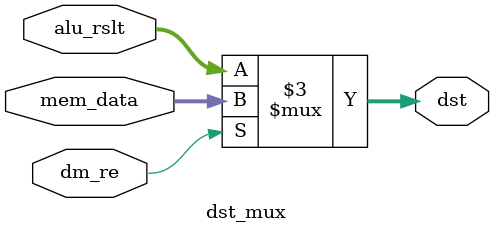
<source format=sv>
module dst_mux(dm_re,mem_data,alu_rslt,dst);
////////////////////////////////////////////////////////////////////////
// Simple 2:1 mux determining if ALU or DM is source for write to RF //
//////////////////////////////////////////////////////////////////////
input dm_re;                      // DM read enable
input [31:0] mem_data;		        // DM data
input [31:0] alu_rslt;				    // ALU output

output reg [31:0] dst;		        // output to be written to RF


always @(*)
  if (dm_re)
    dst <= mem_data;
  else
    dst <= alu_rslt;

endmodule

</source>
